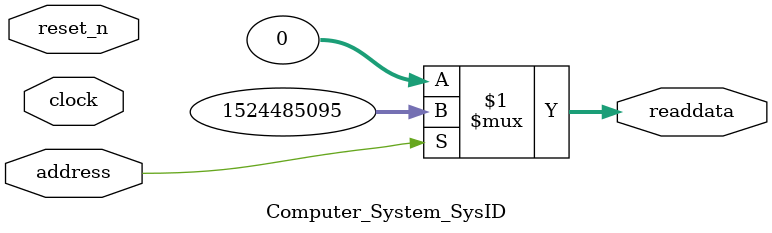
<source format=v>



// synthesis translate_off
`timescale 1ns / 1ps
// synthesis translate_on

// turn off superfluous verilog processor warnings 
// altera message_level Level1 
// altera message_off 10034 10035 10036 10037 10230 10240 10030 

module Computer_System_SysID (
               // inputs:
                address,
                clock,
                reset_n,

               // outputs:
                readdata
             )
;

  output  [ 31: 0] readdata;
  input            address;
  input            clock;
  input            reset_n;

  wire    [ 31: 0] readdata;
  //control_slave, which is an e_avalon_slave
  assign readdata = address ? 1524485095 : 0;

endmodule



</source>
